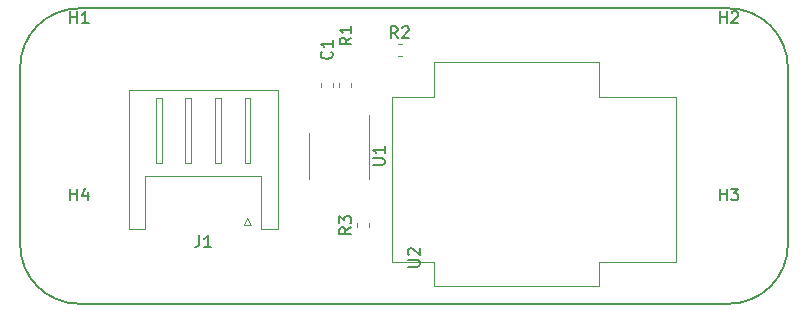
<source format=gbr>
%TF.GenerationSoftware,KiCad,Pcbnew,(5.1.6)-1*%
%TF.CreationDate,2021-04-13T16:40:33+02:00*%
%TF.ProjectId,11_Joystick,31315f4a-6f79-4737-9469-636b2e6b6963,rev?*%
%TF.SameCoordinates,Original*%
%TF.FileFunction,Legend,Top*%
%TF.FilePolarity,Positive*%
%FSLAX46Y46*%
G04 Gerber Fmt 4.6, Leading zero omitted, Abs format (unit mm)*
G04 Created by KiCad (PCBNEW (5.1.6)-1) date 2021-04-13 16:40:33*
%MOMM*%
%LPD*%
G01*
G04 APERTURE LIST*
%TA.AperFunction,Profile*%
%ADD10C,0.150000*%
%TD*%
%ADD11C,0.120000*%
%ADD12C,0.150000*%
G04 APERTURE END LIST*
D10*
X140000000Y-130000000D02*
X195000000Y-130000000D01*
X195000000Y-130000000D02*
G75*
G02*
X200000000Y-135000000I0J-5000000D01*
G01*
X200000000Y-150000000D02*
G75*
G02*
X195000000Y-155000000I-5000000J0D01*
G01*
X140000000Y-155000000D02*
G75*
G02*
X135000000Y-150000000I0J5000000D01*
G01*
X135000000Y-135000000D02*
G75*
G02*
X140000000Y-130000000I5000000J0D01*
G01*
X135000000Y-150000000D02*
X135000000Y-135000000D01*
X195000000Y-155000000D02*
X140000000Y-155000000D01*
X200000000Y-135000000D02*
X200000000Y-150000000D01*
D11*
%TO.C,U2*%
X166500000Y-151500000D02*
X166500000Y-137500000D01*
X166500000Y-137500000D02*
X170000000Y-137500000D01*
X170000000Y-137500000D02*
X170000000Y-134500000D01*
X170000000Y-134500000D02*
X184000000Y-134500000D01*
X184000000Y-134500000D02*
X184000000Y-137500000D01*
X184000000Y-137500000D02*
X190500000Y-137500000D01*
X190500000Y-137500000D02*
X190500000Y-151500000D01*
X190500000Y-151500000D02*
X184000000Y-151500000D01*
X184000000Y-151500000D02*
X184000000Y-153500000D01*
X184000000Y-153500000D02*
X170000000Y-153500000D01*
X170000000Y-153500000D02*
X170000000Y-151500000D01*
X170000000Y-151500000D02*
X166500000Y-151500000D01*
%TO.C,C1*%
X161510000Y-136671267D02*
X161510000Y-136328733D01*
X160490000Y-136671267D02*
X160490000Y-136328733D01*
%TO.C,J1*%
X153950000Y-148350000D02*
X154250000Y-147750000D01*
X154550000Y-148350000D02*
X153950000Y-148350000D01*
X154250000Y-147750000D02*
X154550000Y-148350000D01*
X146500000Y-143050000D02*
X147000000Y-143050000D01*
X146500000Y-137550000D02*
X146500000Y-143050000D01*
X147000000Y-137550000D02*
X146500000Y-137550000D01*
X147000000Y-143050000D02*
X147000000Y-137550000D01*
X149000000Y-143050000D02*
X149500000Y-143050000D01*
X149000000Y-137550000D02*
X149000000Y-143050000D01*
X149500000Y-137550000D02*
X149000000Y-137550000D01*
X149500000Y-143050000D02*
X149500000Y-137550000D01*
X151500000Y-143050000D02*
X152000000Y-143050000D01*
X151500000Y-137550000D02*
X151500000Y-143050000D01*
X152000000Y-137550000D02*
X151500000Y-137550000D01*
X152000000Y-143050000D02*
X152000000Y-137550000D01*
X154000000Y-143050000D02*
X154500000Y-143050000D01*
X154000000Y-137550000D02*
X154000000Y-143050000D01*
X154500000Y-137550000D02*
X154000000Y-137550000D01*
X154500000Y-143050000D02*
X154500000Y-137550000D01*
X145610000Y-144160000D02*
X150500000Y-144160000D01*
X145610000Y-148660000D02*
X145610000Y-144160000D01*
X144190000Y-148660000D02*
X145610000Y-148660000D01*
X144190000Y-136940000D02*
X144190000Y-148660000D01*
X150500000Y-136940000D02*
X144190000Y-136940000D01*
X155390000Y-144160000D02*
X150500000Y-144160000D01*
X155390000Y-148660000D02*
X155390000Y-144160000D01*
X156810000Y-148660000D02*
X155390000Y-148660000D01*
X156810000Y-136940000D02*
X156810000Y-148660000D01*
X150500000Y-136940000D02*
X156810000Y-136940000D01*
%TO.C,R1*%
X161990000Y-136328733D02*
X161990000Y-136671267D01*
X163010000Y-136328733D02*
X163010000Y-136671267D01*
%TO.C,R2*%
X166953733Y-134010000D02*
X167296267Y-134010000D01*
X166953733Y-132990000D02*
X167296267Y-132990000D01*
%TO.C,R3*%
X163490000Y-148546267D02*
X163490000Y-148203733D01*
X164510000Y-148546267D02*
X164510000Y-148203733D01*
%TO.C,U1*%
X164560000Y-142500000D02*
X164560000Y-139050000D01*
X164560000Y-142500000D02*
X164560000Y-144450000D01*
X159440000Y-142500000D02*
X159440000Y-140550000D01*
X159440000Y-142500000D02*
X159440000Y-144450000D01*
%TD*%
%TO.C,U2*%
D12*
X167816380Y-151865904D02*
X168625904Y-151865904D01*
X168721142Y-151818285D01*
X168768761Y-151770666D01*
X168816380Y-151675428D01*
X168816380Y-151484952D01*
X168768761Y-151389714D01*
X168721142Y-151342095D01*
X168625904Y-151294476D01*
X167816380Y-151294476D01*
X167911619Y-150865904D02*
X167864000Y-150818285D01*
X167816380Y-150723047D01*
X167816380Y-150484952D01*
X167864000Y-150389714D01*
X167911619Y-150342095D01*
X168006857Y-150294476D01*
X168102095Y-150294476D01*
X168244952Y-150342095D01*
X168816380Y-150913523D01*
X168816380Y-150294476D01*
%TO.C,H3*%
X194238095Y-146252380D02*
X194238095Y-145252380D01*
X194238095Y-145728571D02*
X194809523Y-145728571D01*
X194809523Y-146252380D02*
X194809523Y-145252380D01*
X195190476Y-145252380D02*
X195809523Y-145252380D01*
X195476190Y-145633333D01*
X195619047Y-145633333D01*
X195714285Y-145680952D01*
X195761904Y-145728571D01*
X195809523Y-145823809D01*
X195809523Y-146061904D01*
X195761904Y-146157142D01*
X195714285Y-146204761D01*
X195619047Y-146252380D01*
X195333333Y-146252380D01*
X195238095Y-146204761D01*
X195190476Y-146157142D01*
%TO.C,H1*%
X139238095Y-131252380D02*
X139238095Y-130252380D01*
X139238095Y-130728571D02*
X139809523Y-130728571D01*
X139809523Y-131252380D02*
X139809523Y-130252380D01*
X140809523Y-131252380D02*
X140238095Y-131252380D01*
X140523809Y-131252380D02*
X140523809Y-130252380D01*
X140428571Y-130395238D01*
X140333333Y-130490476D01*
X140238095Y-130538095D01*
%TO.C,H2*%
X194238095Y-131252380D02*
X194238095Y-130252380D01*
X194238095Y-130728571D02*
X194809523Y-130728571D01*
X194809523Y-131252380D02*
X194809523Y-130252380D01*
X195238095Y-130347619D02*
X195285714Y-130300000D01*
X195380952Y-130252380D01*
X195619047Y-130252380D01*
X195714285Y-130300000D01*
X195761904Y-130347619D01*
X195809523Y-130442857D01*
X195809523Y-130538095D01*
X195761904Y-130680952D01*
X195190476Y-131252380D01*
X195809523Y-131252380D01*
%TO.C,H4*%
X139238095Y-146252380D02*
X139238095Y-145252380D01*
X139238095Y-145728571D02*
X139809523Y-145728571D01*
X139809523Y-146252380D02*
X139809523Y-145252380D01*
X140714285Y-145585714D02*
X140714285Y-146252380D01*
X140476190Y-145204761D02*
X140238095Y-145919047D01*
X140857142Y-145919047D01*
%TO.C,C1*%
X161357142Y-133666666D02*
X161404761Y-133714285D01*
X161452380Y-133857142D01*
X161452380Y-133952380D01*
X161404761Y-134095238D01*
X161309523Y-134190476D01*
X161214285Y-134238095D01*
X161023809Y-134285714D01*
X160880952Y-134285714D01*
X160690476Y-134238095D01*
X160595238Y-134190476D01*
X160500000Y-134095238D01*
X160452380Y-133952380D01*
X160452380Y-133857142D01*
X160500000Y-133714285D01*
X160547619Y-133666666D01*
X161452380Y-132714285D02*
X161452380Y-133285714D01*
X161452380Y-133000000D02*
X160452380Y-133000000D01*
X160595238Y-133095238D01*
X160690476Y-133190476D01*
X160738095Y-133285714D01*
%TO.C,J1*%
X150166666Y-149202380D02*
X150166666Y-149916666D01*
X150119047Y-150059523D01*
X150023809Y-150154761D01*
X149880952Y-150202380D01*
X149785714Y-150202380D01*
X151166666Y-150202380D02*
X150595238Y-150202380D01*
X150880952Y-150202380D02*
X150880952Y-149202380D01*
X150785714Y-149345238D01*
X150690476Y-149440476D01*
X150595238Y-149488095D01*
%TO.C,R1*%
X163052380Y-132466666D02*
X162576190Y-132800000D01*
X163052380Y-133038095D02*
X162052380Y-133038095D01*
X162052380Y-132657142D01*
X162100000Y-132561904D01*
X162147619Y-132514285D01*
X162242857Y-132466666D01*
X162385714Y-132466666D01*
X162480952Y-132514285D01*
X162528571Y-132561904D01*
X162576190Y-132657142D01*
X162576190Y-133038095D01*
X163052380Y-131514285D02*
X163052380Y-132085714D01*
X163052380Y-131800000D02*
X162052380Y-131800000D01*
X162195238Y-131895238D01*
X162290476Y-131990476D01*
X162338095Y-132085714D01*
%TO.C,R2*%
X166958333Y-132522380D02*
X166625000Y-132046190D01*
X166386904Y-132522380D02*
X166386904Y-131522380D01*
X166767857Y-131522380D01*
X166863095Y-131570000D01*
X166910714Y-131617619D01*
X166958333Y-131712857D01*
X166958333Y-131855714D01*
X166910714Y-131950952D01*
X166863095Y-131998571D01*
X166767857Y-132046190D01*
X166386904Y-132046190D01*
X167339285Y-131617619D02*
X167386904Y-131570000D01*
X167482142Y-131522380D01*
X167720238Y-131522380D01*
X167815476Y-131570000D01*
X167863095Y-131617619D01*
X167910714Y-131712857D01*
X167910714Y-131808095D01*
X167863095Y-131950952D01*
X167291666Y-132522380D01*
X167910714Y-132522380D01*
%TO.C,R3*%
X163022380Y-148541666D02*
X162546190Y-148875000D01*
X163022380Y-149113095D02*
X162022380Y-149113095D01*
X162022380Y-148732142D01*
X162070000Y-148636904D01*
X162117619Y-148589285D01*
X162212857Y-148541666D01*
X162355714Y-148541666D01*
X162450952Y-148589285D01*
X162498571Y-148636904D01*
X162546190Y-148732142D01*
X162546190Y-149113095D01*
X162022380Y-148208333D02*
X162022380Y-147589285D01*
X162403333Y-147922619D01*
X162403333Y-147779761D01*
X162450952Y-147684523D01*
X162498571Y-147636904D01*
X162593809Y-147589285D01*
X162831904Y-147589285D01*
X162927142Y-147636904D01*
X162974761Y-147684523D01*
X163022380Y-147779761D01*
X163022380Y-148065476D01*
X162974761Y-148160714D01*
X162927142Y-148208333D01*
%TO.C,U1*%
X164852380Y-143261904D02*
X165661904Y-143261904D01*
X165757142Y-143214285D01*
X165804761Y-143166666D01*
X165852380Y-143071428D01*
X165852380Y-142880952D01*
X165804761Y-142785714D01*
X165757142Y-142738095D01*
X165661904Y-142690476D01*
X164852380Y-142690476D01*
X165852380Y-141690476D02*
X165852380Y-142261904D01*
X165852380Y-141976190D02*
X164852380Y-141976190D01*
X164995238Y-142071428D01*
X165090476Y-142166666D01*
X165138095Y-142261904D01*
%TD*%
M02*

</source>
